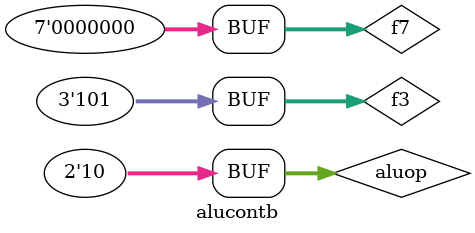
<source format=v>
`timescale 1ns/1ns
`include "alucontrol.v"
module alucontb();
 reg [1:0] aluop;
 reg [6:0] f7;
 reg [2:0] f3;
 wire [3:0] alucon;
 alucontrol uut(.aluop(aluop), .f7(f7), .f3(f3), .alucon(alucon));
 initial
 begin
  

  $dumpvars(0,alucontb);
$dumpfile("alucon.vcd");
aluop=2'b00;
#10;
aluop=2'b01;
#10;
aluop=2'b10;
{f7,f3}=10'h000;
#10;
aluop=2'b10;
{f7,f3}=10'h100;
#10;
aluop=2'b10;
{f7,f3}=10'h004;
#10;
aluop=2'b10;
{f7,f3}=10'h006;
#10;
aluop=2'b10;
{f7,f3}=10'h007;
#10;
aluop=2'b10;
{f7,f3}=10'h001;
#10;
aluop=2'b10;
{f7,f3}=10'h005;
#10;
 end

endmodule
</source>
